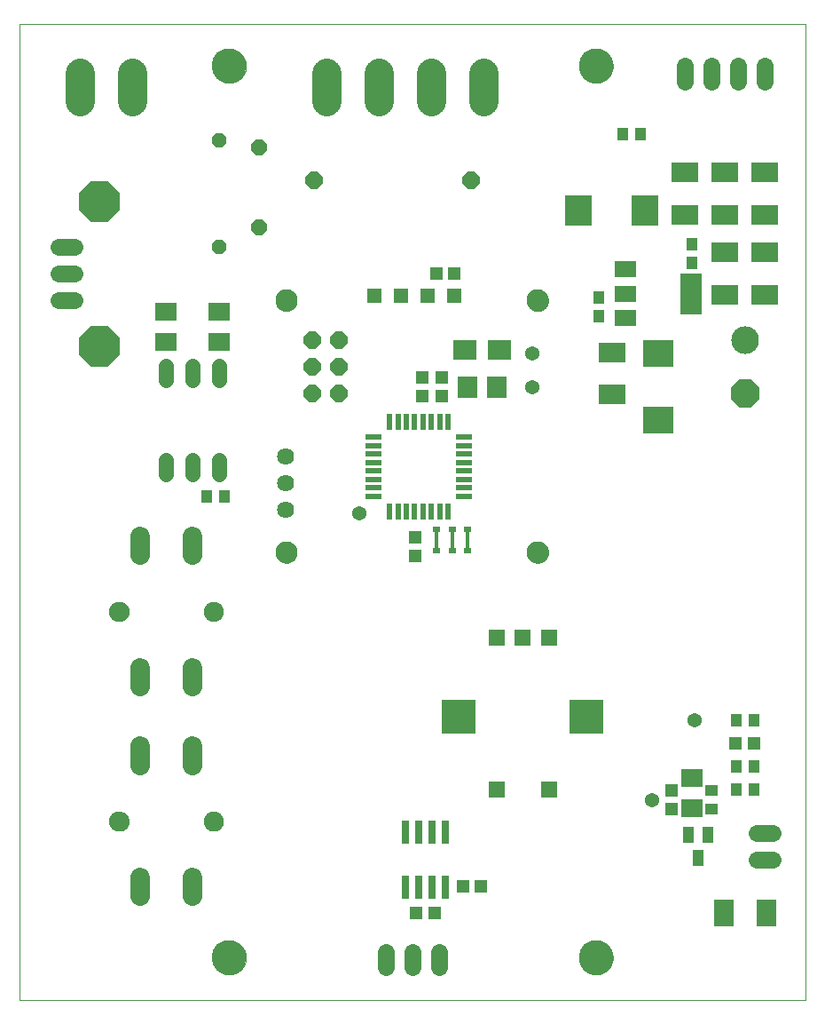
<source format=gts>
G75*
%MOIN*%
%OFA0B0*%
%FSLAX25Y25*%
%IPPOS*%
%LPD*%
%AMOC8*
5,1,8,0,0,1.08239X$1,22.5*
%
%ADD10C,0.00000*%
%ADD11R,0.04534X0.04652*%
%ADD12R,0.08865X0.07487*%
%ADD13R,0.04652X0.04534*%
%ADD14R,0.04337X0.04731*%
%ADD15R,0.09849X0.11424*%
%ADD16R,0.11424X0.09849*%
%ADD17OC8,0.06400*%
%ADD18OC8,0.06000*%
%ADD19C,0.10400*%
%ADD20OC8,0.10400*%
%ADD21R,0.09849X0.07487*%
%ADD22R,0.07487X0.09849*%
%ADD23C,0.06337*%
%ADD24R,0.02400X0.06400*%
%ADD25R,0.06400X0.02400*%
%ADD26R,0.02762X0.09061*%
%ADD27R,0.08274X0.06306*%
%ADD28R,0.08274X0.15361*%
%ADD29C,0.05600*%
%ADD30R,0.04337X0.05912*%
%ADD31R,0.08274X0.06699*%
%ADD32OC8,0.05600*%
%ADD33R,0.04731X0.04337*%
%ADD34R,0.06337X0.06337*%
%ADD35R,0.13061X0.13061*%
%ADD36C,0.06400*%
%ADD37C,0.12998*%
%ADD38R,0.07487X0.08274*%
%ADD39R,0.05550X0.05550*%
%ADD40C,0.08274*%
%ADD41C,0.07450*%
%ADD42C,0.07500*%
%ADD43C,0.06400*%
%ADD44C,0.11030*%
%ADD45OC8,0.15400*%
%ADD46R,0.03150X0.01969*%
%ADD47R,0.01575X0.06299*%
%ADD48C,0.05400*%
D10*
X0001600Y0001600D02*
X0001600Y0367742D01*
X0296876Y0367742D01*
X0296876Y0001600D01*
X0001600Y0001600D01*
X0035468Y0068529D02*
X0035470Y0068648D01*
X0035476Y0068766D01*
X0035486Y0068884D01*
X0035500Y0069002D01*
X0035517Y0069119D01*
X0035539Y0069236D01*
X0035565Y0069352D01*
X0035594Y0069467D01*
X0035627Y0069581D01*
X0035664Y0069693D01*
X0035705Y0069805D01*
X0035750Y0069915D01*
X0035798Y0070023D01*
X0035850Y0070130D01*
X0035905Y0070235D01*
X0035964Y0070338D01*
X0036026Y0070439D01*
X0036091Y0070538D01*
X0036160Y0070635D01*
X0036232Y0070729D01*
X0036307Y0070821D01*
X0036385Y0070910D01*
X0036466Y0070997D01*
X0036550Y0071081D01*
X0036637Y0071162D01*
X0036726Y0071240D01*
X0036818Y0071315D01*
X0036912Y0071387D01*
X0037009Y0071456D01*
X0037108Y0071521D01*
X0037209Y0071583D01*
X0037312Y0071642D01*
X0037417Y0071697D01*
X0037524Y0071749D01*
X0037632Y0071797D01*
X0037742Y0071842D01*
X0037854Y0071883D01*
X0037966Y0071920D01*
X0038080Y0071953D01*
X0038195Y0071982D01*
X0038311Y0072008D01*
X0038428Y0072030D01*
X0038545Y0072047D01*
X0038663Y0072061D01*
X0038781Y0072071D01*
X0038899Y0072077D01*
X0039018Y0072079D01*
X0039137Y0072077D01*
X0039255Y0072071D01*
X0039373Y0072061D01*
X0039491Y0072047D01*
X0039608Y0072030D01*
X0039725Y0072008D01*
X0039841Y0071982D01*
X0039956Y0071953D01*
X0040070Y0071920D01*
X0040182Y0071883D01*
X0040294Y0071842D01*
X0040404Y0071797D01*
X0040512Y0071749D01*
X0040619Y0071697D01*
X0040724Y0071642D01*
X0040827Y0071583D01*
X0040928Y0071521D01*
X0041027Y0071456D01*
X0041124Y0071387D01*
X0041218Y0071315D01*
X0041310Y0071240D01*
X0041399Y0071162D01*
X0041486Y0071081D01*
X0041570Y0070997D01*
X0041651Y0070910D01*
X0041729Y0070821D01*
X0041804Y0070729D01*
X0041876Y0070635D01*
X0041945Y0070538D01*
X0042010Y0070439D01*
X0042072Y0070338D01*
X0042131Y0070235D01*
X0042186Y0070130D01*
X0042238Y0070023D01*
X0042286Y0069915D01*
X0042331Y0069805D01*
X0042372Y0069693D01*
X0042409Y0069581D01*
X0042442Y0069467D01*
X0042471Y0069352D01*
X0042497Y0069236D01*
X0042519Y0069119D01*
X0042536Y0069002D01*
X0042550Y0068884D01*
X0042560Y0068766D01*
X0042566Y0068648D01*
X0042568Y0068529D01*
X0042566Y0068410D01*
X0042560Y0068292D01*
X0042550Y0068174D01*
X0042536Y0068056D01*
X0042519Y0067939D01*
X0042497Y0067822D01*
X0042471Y0067706D01*
X0042442Y0067591D01*
X0042409Y0067477D01*
X0042372Y0067365D01*
X0042331Y0067253D01*
X0042286Y0067143D01*
X0042238Y0067035D01*
X0042186Y0066928D01*
X0042131Y0066823D01*
X0042072Y0066720D01*
X0042010Y0066619D01*
X0041945Y0066520D01*
X0041876Y0066423D01*
X0041804Y0066329D01*
X0041729Y0066237D01*
X0041651Y0066148D01*
X0041570Y0066061D01*
X0041486Y0065977D01*
X0041399Y0065896D01*
X0041310Y0065818D01*
X0041218Y0065743D01*
X0041124Y0065671D01*
X0041027Y0065602D01*
X0040928Y0065537D01*
X0040827Y0065475D01*
X0040724Y0065416D01*
X0040619Y0065361D01*
X0040512Y0065309D01*
X0040404Y0065261D01*
X0040294Y0065216D01*
X0040182Y0065175D01*
X0040070Y0065138D01*
X0039956Y0065105D01*
X0039841Y0065076D01*
X0039725Y0065050D01*
X0039608Y0065028D01*
X0039491Y0065011D01*
X0039373Y0064997D01*
X0039255Y0064987D01*
X0039137Y0064981D01*
X0039018Y0064979D01*
X0038899Y0064981D01*
X0038781Y0064987D01*
X0038663Y0064997D01*
X0038545Y0065011D01*
X0038428Y0065028D01*
X0038311Y0065050D01*
X0038195Y0065076D01*
X0038080Y0065105D01*
X0037966Y0065138D01*
X0037854Y0065175D01*
X0037742Y0065216D01*
X0037632Y0065261D01*
X0037524Y0065309D01*
X0037417Y0065361D01*
X0037312Y0065416D01*
X0037209Y0065475D01*
X0037108Y0065537D01*
X0037009Y0065602D01*
X0036912Y0065671D01*
X0036818Y0065743D01*
X0036726Y0065818D01*
X0036637Y0065896D01*
X0036550Y0065977D01*
X0036466Y0066061D01*
X0036385Y0066148D01*
X0036307Y0066237D01*
X0036232Y0066329D01*
X0036160Y0066423D01*
X0036091Y0066520D01*
X0036026Y0066619D01*
X0035964Y0066720D01*
X0035905Y0066823D01*
X0035850Y0066928D01*
X0035798Y0067035D01*
X0035750Y0067143D01*
X0035705Y0067253D01*
X0035664Y0067365D01*
X0035627Y0067477D01*
X0035594Y0067591D01*
X0035565Y0067706D01*
X0035539Y0067822D01*
X0035517Y0067939D01*
X0035500Y0068056D01*
X0035486Y0068174D01*
X0035476Y0068292D01*
X0035470Y0068410D01*
X0035468Y0068529D01*
X0070868Y0068529D02*
X0070870Y0068648D01*
X0070876Y0068766D01*
X0070886Y0068884D01*
X0070900Y0069002D01*
X0070917Y0069119D01*
X0070939Y0069236D01*
X0070965Y0069352D01*
X0070994Y0069467D01*
X0071027Y0069581D01*
X0071064Y0069693D01*
X0071105Y0069805D01*
X0071150Y0069915D01*
X0071198Y0070023D01*
X0071250Y0070130D01*
X0071305Y0070235D01*
X0071364Y0070338D01*
X0071426Y0070439D01*
X0071491Y0070538D01*
X0071560Y0070635D01*
X0071632Y0070729D01*
X0071707Y0070821D01*
X0071785Y0070910D01*
X0071866Y0070997D01*
X0071950Y0071081D01*
X0072037Y0071162D01*
X0072126Y0071240D01*
X0072218Y0071315D01*
X0072312Y0071387D01*
X0072409Y0071456D01*
X0072508Y0071521D01*
X0072609Y0071583D01*
X0072712Y0071642D01*
X0072817Y0071697D01*
X0072924Y0071749D01*
X0073032Y0071797D01*
X0073142Y0071842D01*
X0073254Y0071883D01*
X0073366Y0071920D01*
X0073480Y0071953D01*
X0073595Y0071982D01*
X0073711Y0072008D01*
X0073828Y0072030D01*
X0073945Y0072047D01*
X0074063Y0072061D01*
X0074181Y0072071D01*
X0074299Y0072077D01*
X0074418Y0072079D01*
X0074537Y0072077D01*
X0074655Y0072071D01*
X0074773Y0072061D01*
X0074891Y0072047D01*
X0075008Y0072030D01*
X0075125Y0072008D01*
X0075241Y0071982D01*
X0075356Y0071953D01*
X0075470Y0071920D01*
X0075582Y0071883D01*
X0075694Y0071842D01*
X0075804Y0071797D01*
X0075912Y0071749D01*
X0076019Y0071697D01*
X0076124Y0071642D01*
X0076227Y0071583D01*
X0076328Y0071521D01*
X0076427Y0071456D01*
X0076524Y0071387D01*
X0076618Y0071315D01*
X0076710Y0071240D01*
X0076799Y0071162D01*
X0076886Y0071081D01*
X0076970Y0070997D01*
X0077051Y0070910D01*
X0077129Y0070821D01*
X0077204Y0070729D01*
X0077276Y0070635D01*
X0077345Y0070538D01*
X0077410Y0070439D01*
X0077472Y0070338D01*
X0077531Y0070235D01*
X0077586Y0070130D01*
X0077638Y0070023D01*
X0077686Y0069915D01*
X0077731Y0069805D01*
X0077772Y0069693D01*
X0077809Y0069581D01*
X0077842Y0069467D01*
X0077871Y0069352D01*
X0077897Y0069236D01*
X0077919Y0069119D01*
X0077936Y0069002D01*
X0077950Y0068884D01*
X0077960Y0068766D01*
X0077966Y0068648D01*
X0077968Y0068529D01*
X0077966Y0068410D01*
X0077960Y0068292D01*
X0077950Y0068174D01*
X0077936Y0068056D01*
X0077919Y0067939D01*
X0077897Y0067822D01*
X0077871Y0067706D01*
X0077842Y0067591D01*
X0077809Y0067477D01*
X0077772Y0067365D01*
X0077731Y0067253D01*
X0077686Y0067143D01*
X0077638Y0067035D01*
X0077586Y0066928D01*
X0077531Y0066823D01*
X0077472Y0066720D01*
X0077410Y0066619D01*
X0077345Y0066520D01*
X0077276Y0066423D01*
X0077204Y0066329D01*
X0077129Y0066237D01*
X0077051Y0066148D01*
X0076970Y0066061D01*
X0076886Y0065977D01*
X0076799Y0065896D01*
X0076710Y0065818D01*
X0076618Y0065743D01*
X0076524Y0065671D01*
X0076427Y0065602D01*
X0076328Y0065537D01*
X0076227Y0065475D01*
X0076124Y0065416D01*
X0076019Y0065361D01*
X0075912Y0065309D01*
X0075804Y0065261D01*
X0075694Y0065216D01*
X0075582Y0065175D01*
X0075470Y0065138D01*
X0075356Y0065105D01*
X0075241Y0065076D01*
X0075125Y0065050D01*
X0075008Y0065028D01*
X0074891Y0065011D01*
X0074773Y0064997D01*
X0074655Y0064987D01*
X0074537Y0064981D01*
X0074418Y0064979D01*
X0074299Y0064981D01*
X0074181Y0064987D01*
X0074063Y0064997D01*
X0073945Y0065011D01*
X0073828Y0065028D01*
X0073711Y0065050D01*
X0073595Y0065076D01*
X0073480Y0065105D01*
X0073366Y0065138D01*
X0073254Y0065175D01*
X0073142Y0065216D01*
X0073032Y0065261D01*
X0072924Y0065309D01*
X0072817Y0065361D01*
X0072712Y0065416D01*
X0072609Y0065475D01*
X0072508Y0065537D01*
X0072409Y0065602D01*
X0072312Y0065671D01*
X0072218Y0065743D01*
X0072126Y0065818D01*
X0072037Y0065896D01*
X0071950Y0065977D01*
X0071866Y0066061D01*
X0071785Y0066148D01*
X0071707Y0066237D01*
X0071632Y0066329D01*
X0071560Y0066423D01*
X0071491Y0066520D01*
X0071426Y0066619D01*
X0071364Y0066720D01*
X0071305Y0066823D01*
X0071250Y0066928D01*
X0071198Y0067035D01*
X0071150Y0067143D01*
X0071105Y0067253D01*
X0071064Y0067365D01*
X0071027Y0067477D01*
X0070994Y0067591D01*
X0070965Y0067706D01*
X0070939Y0067822D01*
X0070917Y0067939D01*
X0070900Y0068056D01*
X0070886Y0068174D01*
X0070876Y0068292D01*
X0070870Y0068410D01*
X0070868Y0068529D01*
X0074041Y0017348D02*
X0074043Y0017506D01*
X0074049Y0017664D01*
X0074059Y0017822D01*
X0074073Y0017980D01*
X0074091Y0018137D01*
X0074112Y0018294D01*
X0074138Y0018450D01*
X0074168Y0018606D01*
X0074201Y0018761D01*
X0074239Y0018914D01*
X0074280Y0019067D01*
X0074325Y0019219D01*
X0074374Y0019370D01*
X0074427Y0019519D01*
X0074483Y0019667D01*
X0074543Y0019813D01*
X0074607Y0019958D01*
X0074675Y0020101D01*
X0074746Y0020243D01*
X0074820Y0020383D01*
X0074898Y0020520D01*
X0074980Y0020656D01*
X0075064Y0020790D01*
X0075153Y0020921D01*
X0075244Y0021050D01*
X0075339Y0021177D01*
X0075436Y0021302D01*
X0075537Y0021424D01*
X0075641Y0021543D01*
X0075748Y0021660D01*
X0075858Y0021774D01*
X0075971Y0021885D01*
X0076086Y0021994D01*
X0076204Y0022099D01*
X0076325Y0022201D01*
X0076448Y0022301D01*
X0076574Y0022397D01*
X0076702Y0022490D01*
X0076832Y0022580D01*
X0076965Y0022666D01*
X0077100Y0022750D01*
X0077236Y0022829D01*
X0077375Y0022906D01*
X0077516Y0022978D01*
X0077658Y0023048D01*
X0077802Y0023113D01*
X0077948Y0023175D01*
X0078095Y0023233D01*
X0078244Y0023288D01*
X0078394Y0023339D01*
X0078545Y0023386D01*
X0078697Y0023429D01*
X0078850Y0023468D01*
X0079005Y0023504D01*
X0079160Y0023535D01*
X0079316Y0023563D01*
X0079472Y0023587D01*
X0079629Y0023607D01*
X0079787Y0023623D01*
X0079944Y0023635D01*
X0080103Y0023643D01*
X0080261Y0023647D01*
X0080419Y0023647D01*
X0080577Y0023643D01*
X0080736Y0023635D01*
X0080893Y0023623D01*
X0081051Y0023607D01*
X0081208Y0023587D01*
X0081364Y0023563D01*
X0081520Y0023535D01*
X0081675Y0023504D01*
X0081830Y0023468D01*
X0081983Y0023429D01*
X0082135Y0023386D01*
X0082286Y0023339D01*
X0082436Y0023288D01*
X0082585Y0023233D01*
X0082732Y0023175D01*
X0082878Y0023113D01*
X0083022Y0023048D01*
X0083164Y0022978D01*
X0083305Y0022906D01*
X0083444Y0022829D01*
X0083580Y0022750D01*
X0083715Y0022666D01*
X0083848Y0022580D01*
X0083978Y0022490D01*
X0084106Y0022397D01*
X0084232Y0022301D01*
X0084355Y0022201D01*
X0084476Y0022099D01*
X0084594Y0021994D01*
X0084709Y0021885D01*
X0084822Y0021774D01*
X0084932Y0021660D01*
X0085039Y0021543D01*
X0085143Y0021424D01*
X0085244Y0021302D01*
X0085341Y0021177D01*
X0085436Y0021050D01*
X0085527Y0020921D01*
X0085616Y0020790D01*
X0085700Y0020656D01*
X0085782Y0020520D01*
X0085860Y0020383D01*
X0085934Y0020243D01*
X0086005Y0020101D01*
X0086073Y0019958D01*
X0086137Y0019813D01*
X0086197Y0019667D01*
X0086253Y0019519D01*
X0086306Y0019370D01*
X0086355Y0019219D01*
X0086400Y0019067D01*
X0086441Y0018914D01*
X0086479Y0018761D01*
X0086512Y0018606D01*
X0086542Y0018450D01*
X0086568Y0018294D01*
X0086589Y0018137D01*
X0086607Y0017980D01*
X0086621Y0017822D01*
X0086631Y0017664D01*
X0086637Y0017506D01*
X0086639Y0017348D01*
X0086637Y0017190D01*
X0086631Y0017032D01*
X0086621Y0016874D01*
X0086607Y0016716D01*
X0086589Y0016559D01*
X0086568Y0016402D01*
X0086542Y0016246D01*
X0086512Y0016090D01*
X0086479Y0015935D01*
X0086441Y0015782D01*
X0086400Y0015629D01*
X0086355Y0015477D01*
X0086306Y0015326D01*
X0086253Y0015177D01*
X0086197Y0015029D01*
X0086137Y0014883D01*
X0086073Y0014738D01*
X0086005Y0014595D01*
X0085934Y0014453D01*
X0085860Y0014313D01*
X0085782Y0014176D01*
X0085700Y0014040D01*
X0085616Y0013906D01*
X0085527Y0013775D01*
X0085436Y0013646D01*
X0085341Y0013519D01*
X0085244Y0013394D01*
X0085143Y0013272D01*
X0085039Y0013153D01*
X0084932Y0013036D01*
X0084822Y0012922D01*
X0084709Y0012811D01*
X0084594Y0012702D01*
X0084476Y0012597D01*
X0084355Y0012495D01*
X0084232Y0012395D01*
X0084106Y0012299D01*
X0083978Y0012206D01*
X0083848Y0012116D01*
X0083715Y0012030D01*
X0083580Y0011946D01*
X0083444Y0011867D01*
X0083305Y0011790D01*
X0083164Y0011718D01*
X0083022Y0011648D01*
X0082878Y0011583D01*
X0082732Y0011521D01*
X0082585Y0011463D01*
X0082436Y0011408D01*
X0082286Y0011357D01*
X0082135Y0011310D01*
X0081983Y0011267D01*
X0081830Y0011228D01*
X0081675Y0011192D01*
X0081520Y0011161D01*
X0081364Y0011133D01*
X0081208Y0011109D01*
X0081051Y0011089D01*
X0080893Y0011073D01*
X0080736Y0011061D01*
X0080577Y0011053D01*
X0080419Y0011049D01*
X0080261Y0011049D01*
X0080103Y0011053D01*
X0079944Y0011061D01*
X0079787Y0011073D01*
X0079629Y0011089D01*
X0079472Y0011109D01*
X0079316Y0011133D01*
X0079160Y0011161D01*
X0079005Y0011192D01*
X0078850Y0011228D01*
X0078697Y0011267D01*
X0078545Y0011310D01*
X0078394Y0011357D01*
X0078244Y0011408D01*
X0078095Y0011463D01*
X0077948Y0011521D01*
X0077802Y0011583D01*
X0077658Y0011648D01*
X0077516Y0011718D01*
X0077375Y0011790D01*
X0077236Y0011867D01*
X0077100Y0011946D01*
X0076965Y0012030D01*
X0076832Y0012116D01*
X0076702Y0012206D01*
X0076574Y0012299D01*
X0076448Y0012395D01*
X0076325Y0012495D01*
X0076204Y0012597D01*
X0076086Y0012702D01*
X0075971Y0012811D01*
X0075858Y0012922D01*
X0075748Y0013036D01*
X0075641Y0013153D01*
X0075537Y0013272D01*
X0075436Y0013394D01*
X0075339Y0013519D01*
X0075244Y0013646D01*
X0075153Y0013775D01*
X0075064Y0013906D01*
X0074980Y0014040D01*
X0074898Y0014176D01*
X0074820Y0014313D01*
X0074746Y0014453D01*
X0074675Y0014595D01*
X0074607Y0014738D01*
X0074543Y0014883D01*
X0074483Y0015029D01*
X0074427Y0015177D01*
X0074374Y0015326D01*
X0074325Y0015477D01*
X0074280Y0015629D01*
X0074239Y0015782D01*
X0074201Y0015935D01*
X0074168Y0016090D01*
X0074138Y0016246D01*
X0074112Y0016402D01*
X0074091Y0016559D01*
X0074073Y0016716D01*
X0074059Y0016874D01*
X0074049Y0017032D01*
X0074043Y0017190D01*
X0074041Y0017348D01*
X0070868Y0147269D02*
X0070870Y0147388D01*
X0070876Y0147506D01*
X0070886Y0147624D01*
X0070900Y0147742D01*
X0070917Y0147859D01*
X0070939Y0147976D01*
X0070965Y0148092D01*
X0070994Y0148207D01*
X0071027Y0148321D01*
X0071064Y0148433D01*
X0071105Y0148545D01*
X0071150Y0148655D01*
X0071198Y0148763D01*
X0071250Y0148870D01*
X0071305Y0148975D01*
X0071364Y0149078D01*
X0071426Y0149179D01*
X0071491Y0149278D01*
X0071560Y0149375D01*
X0071632Y0149469D01*
X0071707Y0149561D01*
X0071785Y0149650D01*
X0071866Y0149737D01*
X0071950Y0149821D01*
X0072037Y0149902D01*
X0072126Y0149980D01*
X0072218Y0150055D01*
X0072312Y0150127D01*
X0072409Y0150196D01*
X0072508Y0150261D01*
X0072609Y0150323D01*
X0072712Y0150382D01*
X0072817Y0150437D01*
X0072924Y0150489D01*
X0073032Y0150537D01*
X0073142Y0150582D01*
X0073254Y0150623D01*
X0073366Y0150660D01*
X0073480Y0150693D01*
X0073595Y0150722D01*
X0073711Y0150748D01*
X0073828Y0150770D01*
X0073945Y0150787D01*
X0074063Y0150801D01*
X0074181Y0150811D01*
X0074299Y0150817D01*
X0074418Y0150819D01*
X0074537Y0150817D01*
X0074655Y0150811D01*
X0074773Y0150801D01*
X0074891Y0150787D01*
X0075008Y0150770D01*
X0075125Y0150748D01*
X0075241Y0150722D01*
X0075356Y0150693D01*
X0075470Y0150660D01*
X0075582Y0150623D01*
X0075694Y0150582D01*
X0075804Y0150537D01*
X0075912Y0150489D01*
X0076019Y0150437D01*
X0076124Y0150382D01*
X0076227Y0150323D01*
X0076328Y0150261D01*
X0076427Y0150196D01*
X0076524Y0150127D01*
X0076618Y0150055D01*
X0076710Y0149980D01*
X0076799Y0149902D01*
X0076886Y0149821D01*
X0076970Y0149737D01*
X0077051Y0149650D01*
X0077129Y0149561D01*
X0077204Y0149469D01*
X0077276Y0149375D01*
X0077345Y0149278D01*
X0077410Y0149179D01*
X0077472Y0149078D01*
X0077531Y0148975D01*
X0077586Y0148870D01*
X0077638Y0148763D01*
X0077686Y0148655D01*
X0077731Y0148545D01*
X0077772Y0148433D01*
X0077809Y0148321D01*
X0077842Y0148207D01*
X0077871Y0148092D01*
X0077897Y0147976D01*
X0077919Y0147859D01*
X0077936Y0147742D01*
X0077950Y0147624D01*
X0077960Y0147506D01*
X0077966Y0147388D01*
X0077968Y0147269D01*
X0077966Y0147150D01*
X0077960Y0147032D01*
X0077950Y0146914D01*
X0077936Y0146796D01*
X0077919Y0146679D01*
X0077897Y0146562D01*
X0077871Y0146446D01*
X0077842Y0146331D01*
X0077809Y0146217D01*
X0077772Y0146105D01*
X0077731Y0145993D01*
X0077686Y0145883D01*
X0077638Y0145775D01*
X0077586Y0145668D01*
X0077531Y0145563D01*
X0077472Y0145460D01*
X0077410Y0145359D01*
X0077345Y0145260D01*
X0077276Y0145163D01*
X0077204Y0145069D01*
X0077129Y0144977D01*
X0077051Y0144888D01*
X0076970Y0144801D01*
X0076886Y0144717D01*
X0076799Y0144636D01*
X0076710Y0144558D01*
X0076618Y0144483D01*
X0076524Y0144411D01*
X0076427Y0144342D01*
X0076328Y0144277D01*
X0076227Y0144215D01*
X0076124Y0144156D01*
X0076019Y0144101D01*
X0075912Y0144049D01*
X0075804Y0144001D01*
X0075694Y0143956D01*
X0075582Y0143915D01*
X0075470Y0143878D01*
X0075356Y0143845D01*
X0075241Y0143816D01*
X0075125Y0143790D01*
X0075008Y0143768D01*
X0074891Y0143751D01*
X0074773Y0143737D01*
X0074655Y0143727D01*
X0074537Y0143721D01*
X0074418Y0143719D01*
X0074299Y0143721D01*
X0074181Y0143727D01*
X0074063Y0143737D01*
X0073945Y0143751D01*
X0073828Y0143768D01*
X0073711Y0143790D01*
X0073595Y0143816D01*
X0073480Y0143845D01*
X0073366Y0143878D01*
X0073254Y0143915D01*
X0073142Y0143956D01*
X0073032Y0144001D01*
X0072924Y0144049D01*
X0072817Y0144101D01*
X0072712Y0144156D01*
X0072609Y0144215D01*
X0072508Y0144277D01*
X0072409Y0144342D01*
X0072312Y0144411D01*
X0072218Y0144483D01*
X0072126Y0144558D01*
X0072037Y0144636D01*
X0071950Y0144717D01*
X0071866Y0144801D01*
X0071785Y0144888D01*
X0071707Y0144977D01*
X0071632Y0145069D01*
X0071560Y0145163D01*
X0071491Y0145260D01*
X0071426Y0145359D01*
X0071364Y0145460D01*
X0071305Y0145563D01*
X0071250Y0145668D01*
X0071198Y0145775D01*
X0071150Y0145883D01*
X0071105Y0145993D01*
X0071064Y0146105D01*
X0071027Y0146217D01*
X0070994Y0146331D01*
X0070965Y0146446D01*
X0070939Y0146562D01*
X0070917Y0146679D01*
X0070900Y0146796D01*
X0070886Y0146914D01*
X0070876Y0147032D01*
X0070870Y0147150D01*
X0070868Y0147269D01*
X0035468Y0147269D02*
X0035470Y0147388D01*
X0035476Y0147506D01*
X0035486Y0147624D01*
X0035500Y0147742D01*
X0035517Y0147859D01*
X0035539Y0147976D01*
X0035565Y0148092D01*
X0035594Y0148207D01*
X0035627Y0148321D01*
X0035664Y0148433D01*
X0035705Y0148545D01*
X0035750Y0148655D01*
X0035798Y0148763D01*
X0035850Y0148870D01*
X0035905Y0148975D01*
X0035964Y0149078D01*
X0036026Y0149179D01*
X0036091Y0149278D01*
X0036160Y0149375D01*
X0036232Y0149469D01*
X0036307Y0149561D01*
X0036385Y0149650D01*
X0036466Y0149737D01*
X0036550Y0149821D01*
X0036637Y0149902D01*
X0036726Y0149980D01*
X0036818Y0150055D01*
X0036912Y0150127D01*
X0037009Y0150196D01*
X0037108Y0150261D01*
X0037209Y0150323D01*
X0037312Y0150382D01*
X0037417Y0150437D01*
X0037524Y0150489D01*
X0037632Y0150537D01*
X0037742Y0150582D01*
X0037854Y0150623D01*
X0037966Y0150660D01*
X0038080Y0150693D01*
X0038195Y0150722D01*
X0038311Y0150748D01*
X0038428Y0150770D01*
X0038545Y0150787D01*
X0038663Y0150801D01*
X0038781Y0150811D01*
X0038899Y0150817D01*
X0039018Y0150819D01*
X0039137Y0150817D01*
X0039255Y0150811D01*
X0039373Y0150801D01*
X0039491Y0150787D01*
X0039608Y0150770D01*
X0039725Y0150748D01*
X0039841Y0150722D01*
X0039956Y0150693D01*
X0040070Y0150660D01*
X0040182Y0150623D01*
X0040294Y0150582D01*
X0040404Y0150537D01*
X0040512Y0150489D01*
X0040619Y0150437D01*
X0040724Y0150382D01*
X0040827Y0150323D01*
X0040928Y0150261D01*
X0041027Y0150196D01*
X0041124Y0150127D01*
X0041218Y0150055D01*
X0041310Y0149980D01*
X0041399Y0149902D01*
X0041486Y0149821D01*
X0041570Y0149737D01*
X0041651Y0149650D01*
X0041729Y0149561D01*
X0041804Y0149469D01*
X0041876Y0149375D01*
X0041945Y0149278D01*
X0042010Y0149179D01*
X0042072Y0149078D01*
X0042131Y0148975D01*
X0042186Y0148870D01*
X0042238Y0148763D01*
X0042286Y0148655D01*
X0042331Y0148545D01*
X0042372Y0148433D01*
X0042409Y0148321D01*
X0042442Y0148207D01*
X0042471Y0148092D01*
X0042497Y0147976D01*
X0042519Y0147859D01*
X0042536Y0147742D01*
X0042550Y0147624D01*
X0042560Y0147506D01*
X0042566Y0147388D01*
X0042568Y0147269D01*
X0042566Y0147150D01*
X0042560Y0147032D01*
X0042550Y0146914D01*
X0042536Y0146796D01*
X0042519Y0146679D01*
X0042497Y0146562D01*
X0042471Y0146446D01*
X0042442Y0146331D01*
X0042409Y0146217D01*
X0042372Y0146105D01*
X0042331Y0145993D01*
X0042286Y0145883D01*
X0042238Y0145775D01*
X0042186Y0145668D01*
X0042131Y0145563D01*
X0042072Y0145460D01*
X0042010Y0145359D01*
X0041945Y0145260D01*
X0041876Y0145163D01*
X0041804Y0145069D01*
X0041729Y0144977D01*
X0041651Y0144888D01*
X0041570Y0144801D01*
X0041486Y0144717D01*
X0041399Y0144636D01*
X0041310Y0144558D01*
X0041218Y0144483D01*
X0041124Y0144411D01*
X0041027Y0144342D01*
X0040928Y0144277D01*
X0040827Y0144215D01*
X0040724Y0144156D01*
X0040619Y0144101D01*
X0040512Y0144049D01*
X0040404Y0144001D01*
X0040294Y0143956D01*
X0040182Y0143915D01*
X0040070Y0143878D01*
X0039956Y0143845D01*
X0039841Y0143816D01*
X0039725Y0143790D01*
X0039608Y0143768D01*
X0039491Y0143751D01*
X0039373Y0143737D01*
X0039255Y0143727D01*
X0039137Y0143721D01*
X0039018Y0143719D01*
X0038899Y0143721D01*
X0038781Y0143727D01*
X0038663Y0143737D01*
X0038545Y0143751D01*
X0038428Y0143768D01*
X0038311Y0143790D01*
X0038195Y0143816D01*
X0038080Y0143845D01*
X0037966Y0143878D01*
X0037854Y0143915D01*
X0037742Y0143956D01*
X0037632Y0144001D01*
X0037524Y0144049D01*
X0037417Y0144101D01*
X0037312Y0144156D01*
X0037209Y0144215D01*
X0037108Y0144277D01*
X0037009Y0144342D01*
X0036912Y0144411D01*
X0036818Y0144483D01*
X0036726Y0144558D01*
X0036637Y0144636D01*
X0036550Y0144717D01*
X0036466Y0144801D01*
X0036385Y0144888D01*
X0036307Y0144977D01*
X0036232Y0145069D01*
X0036160Y0145163D01*
X0036091Y0145260D01*
X0036026Y0145359D01*
X0035964Y0145460D01*
X0035905Y0145563D01*
X0035850Y0145668D01*
X0035798Y0145775D01*
X0035750Y0145883D01*
X0035705Y0145993D01*
X0035664Y0146105D01*
X0035627Y0146217D01*
X0035594Y0146331D01*
X0035565Y0146446D01*
X0035539Y0146562D01*
X0035517Y0146679D01*
X0035500Y0146796D01*
X0035486Y0146914D01*
X0035476Y0147032D01*
X0035470Y0147150D01*
X0035468Y0147269D01*
X0097801Y0169474D02*
X0097803Y0169599D01*
X0097809Y0169724D01*
X0097819Y0169848D01*
X0097833Y0169972D01*
X0097850Y0170096D01*
X0097872Y0170219D01*
X0097898Y0170341D01*
X0097927Y0170463D01*
X0097960Y0170583D01*
X0097998Y0170702D01*
X0098038Y0170821D01*
X0098083Y0170937D01*
X0098131Y0171052D01*
X0098183Y0171166D01*
X0098239Y0171278D01*
X0098298Y0171388D01*
X0098360Y0171496D01*
X0098426Y0171603D01*
X0098495Y0171707D01*
X0098568Y0171808D01*
X0098643Y0171908D01*
X0098722Y0172005D01*
X0098804Y0172099D01*
X0098889Y0172191D01*
X0098976Y0172280D01*
X0099067Y0172366D01*
X0099160Y0172449D01*
X0099256Y0172530D01*
X0099354Y0172607D01*
X0099454Y0172681D01*
X0099557Y0172752D01*
X0099662Y0172819D01*
X0099770Y0172884D01*
X0099879Y0172944D01*
X0099990Y0173002D01*
X0100103Y0173055D01*
X0100217Y0173105D01*
X0100333Y0173152D01*
X0100450Y0173194D01*
X0100569Y0173233D01*
X0100689Y0173269D01*
X0100810Y0173300D01*
X0100932Y0173328D01*
X0101054Y0173351D01*
X0101178Y0173371D01*
X0101302Y0173387D01*
X0101426Y0173399D01*
X0101551Y0173407D01*
X0101676Y0173411D01*
X0101800Y0173411D01*
X0101925Y0173407D01*
X0102050Y0173399D01*
X0102174Y0173387D01*
X0102298Y0173371D01*
X0102422Y0173351D01*
X0102544Y0173328D01*
X0102666Y0173300D01*
X0102787Y0173269D01*
X0102907Y0173233D01*
X0103026Y0173194D01*
X0103143Y0173152D01*
X0103259Y0173105D01*
X0103373Y0173055D01*
X0103486Y0173002D01*
X0103597Y0172944D01*
X0103707Y0172884D01*
X0103814Y0172819D01*
X0103919Y0172752D01*
X0104022Y0172681D01*
X0104122Y0172607D01*
X0104220Y0172530D01*
X0104316Y0172449D01*
X0104409Y0172366D01*
X0104500Y0172280D01*
X0104587Y0172191D01*
X0104672Y0172099D01*
X0104754Y0172005D01*
X0104833Y0171908D01*
X0104908Y0171808D01*
X0104981Y0171707D01*
X0105050Y0171603D01*
X0105116Y0171496D01*
X0105178Y0171388D01*
X0105237Y0171278D01*
X0105293Y0171166D01*
X0105345Y0171052D01*
X0105393Y0170937D01*
X0105438Y0170821D01*
X0105478Y0170702D01*
X0105516Y0170583D01*
X0105549Y0170463D01*
X0105578Y0170341D01*
X0105604Y0170219D01*
X0105626Y0170096D01*
X0105643Y0169972D01*
X0105657Y0169848D01*
X0105667Y0169724D01*
X0105673Y0169599D01*
X0105675Y0169474D01*
X0105673Y0169349D01*
X0105667Y0169224D01*
X0105657Y0169100D01*
X0105643Y0168976D01*
X0105626Y0168852D01*
X0105604Y0168729D01*
X0105578Y0168607D01*
X0105549Y0168485D01*
X0105516Y0168365D01*
X0105478Y0168246D01*
X0105438Y0168127D01*
X0105393Y0168011D01*
X0105345Y0167896D01*
X0105293Y0167782D01*
X0105237Y0167670D01*
X0105178Y0167560D01*
X0105116Y0167452D01*
X0105050Y0167345D01*
X0104981Y0167241D01*
X0104908Y0167140D01*
X0104833Y0167040D01*
X0104754Y0166943D01*
X0104672Y0166849D01*
X0104587Y0166757D01*
X0104500Y0166668D01*
X0104409Y0166582D01*
X0104316Y0166499D01*
X0104220Y0166418D01*
X0104122Y0166341D01*
X0104022Y0166267D01*
X0103919Y0166196D01*
X0103814Y0166129D01*
X0103706Y0166064D01*
X0103597Y0166004D01*
X0103486Y0165946D01*
X0103373Y0165893D01*
X0103259Y0165843D01*
X0103143Y0165796D01*
X0103026Y0165754D01*
X0102907Y0165715D01*
X0102787Y0165679D01*
X0102666Y0165648D01*
X0102544Y0165620D01*
X0102422Y0165597D01*
X0102298Y0165577D01*
X0102174Y0165561D01*
X0102050Y0165549D01*
X0101925Y0165541D01*
X0101800Y0165537D01*
X0101676Y0165537D01*
X0101551Y0165541D01*
X0101426Y0165549D01*
X0101302Y0165561D01*
X0101178Y0165577D01*
X0101054Y0165597D01*
X0100932Y0165620D01*
X0100810Y0165648D01*
X0100689Y0165679D01*
X0100569Y0165715D01*
X0100450Y0165754D01*
X0100333Y0165796D01*
X0100217Y0165843D01*
X0100103Y0165893D01*
X0099990Y0165946D01*
X0099879Y0166004D01*
X0099769Y0166064D01*
X0099662Y0166129D01*
X0099557Y0166196D01*
X0099454Y0166267D01*
X0099354Y0166341D01*
X0099256Y0166418D01*
X0099160Y0166499D01*
X0099067Y0166582D01*
X0098976Y0166668D01*
X0098889Y0166757D01*
X0098804Y0166849D01*
X0098722Y0166943D01*
X0098643Y0167040D01*
X0098568Y0167140D01*
X0098495Y0167241D01*
X0098426Y0167345D01*
X0098360Y0167452D01*
X0098298Y0167560D01*
X0098239Y0167670D01*
X0098183Y0167782D01*
X0098131Y0167896D01*
X0098083Y0168011D01*
X0098038Y0168127D01*
X0097998Y0168246D01*
X0097960Y0168365D01*
X0097927Y0168485D01*
X0097898Y0168607D01*
X0097872Y0168729D01*
X0097850Y0168852D01*
X0097833Y0168976D01*
X0097819Y0169100D01*
X0097809Y0169224D01*
X0097803Y0169349D01*
X0097801Y0169474D01*
X0097801Y0263962D02*
X0097803Y0264087D01*
X0097809Y0264212D01*
X0097819Y0264336D01*
X0097833Y0264460D01*
X0097850Y0264584D01*
X0097872Y0264707D01*
X0097898Y0264829D01*
X0097927Y0264951D01*
X0097960Y0265071D01*
X0097998Y0265190D01*
X0098038Y0265309D01*
X0098083Y0265425D01*
X0098131Y0265540D01*
X0098183Y0265654D01*
X0098239Y0265766D01*
X0098298Y0265876D01*
X0098360Y0265984D01*
X0098426Y0266091D01*
X0098495Y0266195D01*
X0098568Y0266296D01*
X0098643Y0266396D01*
X0098722Y0266493D01*
X0098804Y0266587D01*
X0098889Y0266679D01*
X0098976Y0266768D01*
X0099067Y0266854D01*
X0099160Y0266937D01*
X0099256Y0267018D01*
X0099354Y0267095D01*
X0099454Y0267169D01*
X0099557Y0267240D01*
X0099662Y0267307D01*
X0099770Y0267372D01*
X0099879Y0267432D01*
X0099990Y0267490D01*
X0100103Y0267543D01*
X0100217Y0267593D01*
X0100333Y0267640D01*
X0100450Y0267682D01*
X0100569Y0267721D01*
X0100689Y0267757D01*
X0100810Y0267788D01*
X0100932Y0267816D01*
X0101054Y0267839D01*
X0101178Y0267859D01*
X0101302Y0267875D01*
X0101426Y0267887D01*
X0101551Y0267895D01*
X0101676Y0267899D01*
X0101800Y0267899D01*
X0101925Y0267895D01*
X0102050Y0267887D01*
X0102174Y0267875D01*
X0102298Y0267859D01*
X0102422Y0267839D01*
X0102544Y0267816D01*
X0102666Y0267788D01*
X0102787Y0267757D01*
X0102907Y0267721D01*
X0103026Y0267682D01*
X0103143Y0267640D01*
X0103259Y0267593D01*
X0103373Y0267543D01*
X0103486Y0267490D01*
X0103597Y0267432D01*
X0103707Y0267372D01*
X0103814Y0267307D01*
X0103919Y0267240D01*
X0104022Y0267169D01*
X0104122Y0267095D01*
X0104220Y0267018D01*
X0104316Y0266937D01*
X0104409Y0266854D01*
X0104500Y0266768D01*
X0104587Y0266679D01*
X0104672Y0266587D01*
X0104754Y0266493D01*
X0104833Y0266396D01*
X0104908Y0266296D01*
X0104981Y0266195D01*
X0105050Y0266091D01*
X0105116Y0265984D01*
X0105178Y0265876D01*
X0105237Y0265766D01*
X0105293Y0265654D01*
X0105345Y0265540D01*
X0105393Y0265425D01*
X0105438Y0265309D01*
X0105478Y0265190D01*
X0105516Y0265071D01*
X0105549Y0264951D01*
X0105578Y0264829D01*
X0105604Y0264707D01*
X0105626Y0264584D01*
X0105643Y0264460D01*
X0105657Y0264336D01*
X0105667Y0264212D01*
X0105673Y0264087D01*
X0105675Y0263962D01*
X0105673Y0263837D01*
X0105667Y0263712D01*
X0105657Y0263588D01*
X0105643Y0263464D01*
X0105626Y0263340D01*
X0105604Y0263217D01*
X0105578Y0263095D01*
X0105549Y0262973D01*
X0105516Y0262853D01*
X0105478Y0262734D01*
X0105438Y0262615D01*
X0105393Y0262499D01*
X0105345Y0262384D01*
X0105293Y0262270D01*
X0105237Y0262158D01*
X0105178Y0262048D01*
X0105116Y0261940D01*
X0105050Y0261833D01*
X0104981Y0261729D01*
X0104908Y0261628D01*
X0104833Y0261528D01*
X0104754Y0261431D01*
X0104672Y0261337D01*
X0104587Y0261245D01*
X0104500Y0261156D01*
X0104409Y0261070D01*
X0104316Y0260987D01*
X0104220Y0260906D01*
X0104122Y0260829D01*
X0104022Y0260755D01*
X0103919Y0260684D01*
X0103814Y0260617D01*
X0103706Y0260552D01*
X0103597Y0260492D01*
X0103486Y0260434D01*
X0103373Y0260381D01*
X0103259Y0260331D01*
X0103143Y0260284D01*
X0103026Y0260242D01*
X0102907Y0260203D01*
X0102787Y0260167D01*
X0102666Y0260136D01*
X0102544Y0260108D01*
X0102422Y0260085D01*
X0102298Y0260065D01*
X0102174Y0260049D01*
X0102050Y0260037D01*
X0101925Y0260029D01*
X0101800Y0260025D01*
X0101676Y0260025D01*
X0101551Y0260029D01*
X0101426Y0260037D01*
X0101302Y0260049D01*
X0101178Y0260065D01*
X0101054Y0260085D01*
X0100932Y0260108D01*
X0100810Y0260136D01*
X0100689Y0260167D01*
X0100569Y0260203D01*
X0100450Y0260242D01*
X0100333Y0260284D01*
X0100217Y0260331D01*
X0100103Y0260381D01*
X0099990Y0260434D01*
X0099879Y0260492D01*
X0099769Y0260552D01*
X0099662Y0260617D01*
X0099557Y0260684D01*
X0099454Y0260755D01*
X0099354Y0260829D01*
X0099256Y0260906D01*
X0099160Y0260987D01*
X0099067Y0261070D01*
X0098976Y0261156D01*
X0098889Y0261245D01*
X0098804Y0261337D01*
X0098722Y0261431D01*
X0098643Y0261528D01*
X0098568Y0261628D01*
X0098495Y0261729D01*
X0098426Y0261833D01*
X0098360Y0261940D01*
X0098298Y0262048D01*
X0098239Y0262158D01*
X0098183Y0262270D01*
X0098131Y0262384D01*
X0098083Y0262499D01*
X0098038Y0262615D01*
X0097998Y0262734D01*
X0097960Y0262853D01*
X0097927Y0262973D01*
X0097898Y0263095D01*
X0097872Y0263217D01*
X0097850Y0263340D01*
X0097833Y0263464D01*
X0097819Y0263588D01*
X0097809Y0263712D01*
X0097803Y0263837D01*
X0097801Y0263962D01*
X0074041Y0351994D02*
X0074043Y0352152D01*
X0074049Y0352310D01*
X0074059Y0352468D01*
X0074073Y0352626D01*
X0074091Y0352783D01*
X0074112Y0352940D01*
X0074138Y0353096D01*
X0074168Y0353252D01*
X0074201Y0353407D01*
X0074239Y0353560D01*
X0074280Y0353713D01*
X0074325Y0353865D01*
X0074374Y0354016D01*
X0074427Y0354165D01*
X0074483Y0354313D01*
X0074543Y0354459D01*
X0074607Y0354604D01*
X0074675Y0354747D01*
X0074746Y0354889D01*
X0074820Y0355029D01*
X0074898Y0355166D01*
X0074980Y0355302D01*
X0075064Y0355436D01*
X0075153Y0355567D01*
X0075244Y0355696D01*
X0075339Y0355823D01*
X0075436Y0355948D01*
X0075537Y0356070D01*
X0075641Y0356189D01*
X0075748Y0356306D01*
X0075858Y0356420D01*
X0075971Y0356531D01*
X0076086Y0356640D01*
X0076204Y0356745D01*
X0076325Y0356847D01*
X0076448Y0356947D01*
X0076574Y0357043D01*
X0076702Y0357136D01*
X0076832Y0357226D01*
X0076965Y0357312D01*
X0077100Y0357396D01*
X0077236Y0357475D01*
X0077375Y0357552D01*
X0077516Y0357624D01*
X0077658Y0357694D01*
X0077802Y0357759D01*
X0077948Y0357821D01*
X0078095Y0357879D01*
X0078244Y0357934D01*
X0078394Y0357985D01*
X0078545Y0358032D01*
X0078697Y0358075D01*
X0078850Y0358114D01*
X0079005Y0358150D01*
X0079160Y0358181D01*
X0079316Y0358209D01*
X0079472Y0358233D01*
X0079629Y0358253D01*
X0079787Y0358269D01*
X0079944Y0358281D01*
X0080103Y0358289D01*
X0080261Y0358293D01*
X0080419Y0358293D01*
X0080577Y0358289D01*
X0080736Y0358281D01*
X0080893Y0358269D01*
X0081051Y0358253D01*
X0081208Y0358233D01*
X0081364Y0358209D01*
X0081520Y0358181D01*
X0081675Y0358150D01*
X0081830Y0358114D01*
X0081983Y0358075D01*
X0082135Y0358032D01*
X0082286Y0357985D01*
X0082436Y0357934D01*
X0082585Y0357879D01*
X0082732Y0357821D01*
X0082878Y0357759D01*
X0083022Y0357694D01*
X0083164Y0357624D01*
X0083305Y0357552D01*
X0083444Y0357475D01*
X0083580Y0357396D01*
X0083715Y0357312D01*
X0083848Y0357226D01*
X0083978Y0357136D01*
X0084106Y0357043D01*
X0084232Y0356947D01*
X0084355Y0356847D01*
X0084476Y0356745D01*
X0084594Y0356640D01*
X0084709Y0356531D01*
X0084822Y0356420D01*
X0084932Y0356306D01*
X0085039Y0356189D01*
X0085143Y0356070D01*
X0085244Y0355948D01*
X0085341Y0355823D01*
X0085436Y0355696D01*
X0085527Y0355567D01*
X0085616Y0355436D01*
X0085700Y0355302D01*
X0085782Y0355166D01*
X0085860Y0355029D01*
X0085934Y0354889D01*
X0086005Y0354747D01*
X0086073Y0354604D01*
X0086137Y0354459D01*
X0086197Y0354313D01*
X0086253Y0354165D01*
X0086306Y0354016D01*
X0086355Y0353865D01*
X0086400Y0353713D01*
X0086441Y0353560D01*
X0086479Y0353407D01*
X0086512Y0353252D01*
X0086542Y0353096D01*
X0086568Y0352940D01*
X0086589Y0352783D01*
X0086607Y0352626D01*
X0086621Y0352468D01*
X0086631Y0352310D01*
X0086637Y0352152D01*
X0086639Y0351994D01*
X0086637Y0351836D01*
X0086631Y0351678D01*
X0086621Y0351520D01*
X0086607Y0351362D01*
X0086589Y0351205D01*
X0086568Y0351048D01*
X0086542Y0350892D01*
X0086512Y0350736D01*
X0086479Y0350581D01*
X0086441Y0350428D01*
X0086400Y0350275D01*
X0086355Y0350123D01*
X0086306Y0349972D01*
X0086253Y0349823D01*
X0086197Y0349675D01*
X0086137Y0349529D01*
X0086073Y0349384D01*
X0086005Y0349241D01*
X0085934Y0349099D01*
X0085860Y0348959D01*
X0085782Y0348822D01*
X0085700Y0348686D01*
X0085616Y0348552D01*
X0085527Y0348421D01*
X0085436Y0348292D01*
X0085341Y0348165D01*
X0085244Y0348040D01*
X0085143Y0347918D01*
X0085039Y0347799D01*
X0084932Y0347682D01*
X0084822Y0347568D01*
X0084709Y0347457D01*
X0084594Y0347348D01*
X0084476Y0347243D01*
X0084355Y0347141D01*
X0084232Y0347041D01*
X0084106Y0346945D01*
X0083978Y0346852D01*
X0083848Y0346762D01*
X0083715Y0346676D01*
X0083580Y0346592D01*
X0083444Y0346513D01*
X0083305Y0346436D01*
X0083164Y0346364D01*
X0083022Y0346294D01*
X0082878Y0346229D01*
X0082732Y0346167D01*
X0082585Y0346109D01*
X0082436Y0346054D01*
X0082286Y0346003D01*
X0082135Y0345956D01*
X0081983Y0345913D01*
X0081830Y0345874D01*
X0081675Y0345838D01*
X0081520Y0345807D01*
X0081364Y0345779D01*
X0081208Y0345755D01*
X0081051Y0345735D01*
X0080893Y0345719D01*
X0080736Y0345707D01*
X0080577Y0345699D01*
X0080419Y0345695D01*
X0080261Y0345695D01*
X0080103Y0345699D01*
X0079944Y0345707D01*
X0079787Y0345719D01*
X0079629Y0345735D01*
X0079472Y0345755D01*
X0079316Y0345779D01*
X0079160Y0345807D01*
X0079005Y0345838D01*
X0078850Y0345874D01*
X0078697Y0345913D01*
X0078545Y0345956D01*
X0078394Y0346003D01*
X0078244Y0346054D01*
X0078095Y0346109D01*
X0077948Y0346167D01*
X0077802Y0346229D01*
X0077658Y0346294D01*
X0077516Y0346364D01*
X0077375Y0346436D01*
X0077236Y0346513D01*
X0077100Y0346592D01*
X0076965Y0346676D01*
X0076832Y0346762D01*
X0076702Y0346852D01*
X0076574Y0346945D01*
X0076448Y0347041D01*
X0076325Y0347141D01*
X0076204Y0347243D01*
X0076086Y0347348D01*
X0075971Y0347457D01*
X0075858Y0347568D01*
X0075748Y0347682D01*
X0075641Y0347799D01*
X0075537Y0347918D01*
X0075436Y0348040D01*
X0075339Y0348165D01*
X0075244Y0348292D01*
X0075153Y0348421D01*
X0075064Y0348552D01*
X0074980Y0348686D01*
X0074898Y0348822D01*
X0074820Y0348959D01*
X0074746Y0349099D01*
X0074675Y0349241D01*
X0074607Y0349384D01*
X0074543Y0349529D01*
X0074483Y0349675D01*
X0074427Y0349823D01*
X0074374Y0349972D01*
X0074325Y0350123D01*
X0074280Y0350275D01*
X0074239Y0350428D01*
X0074201Y0350581D01*
X0074168Y0350736D01*
X0074138Y0350892D01*
X0074112Y0351048D01*
X0074091Y0351205D01*
X0074073Y0351362D01*
X0074059Y0351520D01*
X0074049Y0351678D01*
X0074043Y0351836D01*
X0074041Y0351994D01*
X0192289Y0263962D02*
X0192291Y0264087D01*
X0192297Y0264212D01*
X0192307Y0264336D01*
X0192321Y0264460D01*
X0192338Y0264584D01*
X0192360Y0264707D01*
X0192386Y0264829D01*
X0192415Y0264951D01*
X0192448Y0265071D01*
X0192486Y0265190D01*
X0192526Y0265309D01*
X0192571Y0265425D01*
X0192619Y0265540D01*
X0192671Y0265654D01*
X0192727Y0265766D01*
X0192786Y0265876D01*
X0192848Y0265984D01*
X0192914Y0266091D01*
X0192983Y0266195D01*
X0193056Y0266296D01*
X0193131Y0266396D01*
X0193210Y0266493D01*
X0193292Y0266587D01*
X0193377Y0266679D01*
X0193464Y0266768D01*
X0193555Y0266854D01*
X0193648Y0266937D01*
X0193744Y0267018D01*
X0193842Y0267095D01*
X0193942Y0267169D01*
X0194045Y0267240D01*
X0194150Y0267307D01*
X0194258Y0267372D01*
X0194367Y0267432D01*
X0194478Y0267490D01*
X0194591Y0267543D01*
X0194705Y0267593D01*
X0194821Y0267640D01*
X0194938Y0267682D01*
X0195057Y0267721D01*
X0195177Y0267757D01*
X0195298Y0267788D01*
X0195420Y0267816D01*
X0195542Y0267839D01*
X0195666Y0267859D01*
X0195790Y0267875D01*
X0195914Y0267887D01*
X0196039Y0267895D01*
X0196164Y0267899D01*
X0196288Y0267899D01*
X0196413Y0267895D01*
X0196538Y0267887D01*
X0196662Y0267875D01*
X0196786Y0267859D01*
X0196910Y0267839D01*
X0197032Y0267816D01*
X0197154Y0267788D01*
X0197275Y0267757D01*
X0197395Y0267721D01*
X0197514Y0267682D01*
X0197631Y0267640D01*
X0197747Y0267593D01*
X0197861Y0267543D01*
X0197974Y0267490D01*
X0198085Y0267432D01*
X0198195Y0267372D01*
X0198302Y0267307D01*
X0198407Y0267240D01*
X0198510Y0267169D01*
X0198610Y0267095D01*
X0198708Y0267018D01*
X0198804Y0266937D01*
X0198897Y0266854D01*
X0198988Y0266768D01*
X0199075Y0266679D01*
X0199160Y0266587D01*
X0199242Y0266493D01*
X0199321Y0266396D01*
X0199396Y0266296D01*
X0199469Y0266195D01*
X0199538Y0266091D01*
X0199604Y0265984D01*
X0199666Y0265876D01*
X0199725Y0265766D01*
X0199781Y0265654D01*
X0199833Y0265540D01*
X0199881Y0265425D01*
X0199926Y0265309D01*
X0199966Y0265190D01*
X0200004Y0265071D01*
X0200037Y0264951D01*
X0200066Y0264829D01*
X0200092Y0264707D01*
X0200114Y0264584D01*
X0200131Y0264460D01*
X0200145Y0264336D01*
X0200155Y0264212D01*
X0200161Y0264087D01*
X0200163Y0263962D01*
X0200161Y0263837D01*
X0200155Y0263712D01*
X0200145Y0263588D01*
X0200131Y0263464D01*
X0200114Y0263340D01*
X0200092Y0263217D01*
X0200066Y0263095D01*
X0200037Y0262973D01*
X0200004Y0262853D01*
X0199966Y0262734D01*
X0199926Y0262615D01*
X0199881Y0262499D01*
X0199833Y0262384D01*
X0199781Y0262270D01*
X0199725Y0262158D01*
X0199666Y0262048D01*
X0199604Y0261940D01*
X0199538Y0261833D01*
X0199469Y0261729D01*
X0199396Y0261628D01*
X0199321Y0261528D01*
X0199242Y0261431D01*
X0199160Y0261337D01*
X0199075Y0261245D01*
X0198988Y0261156D01*
X0198897Y0261070D01*
X0198804Y0260987D01*
X0198708Y0260906D01*
X0198610Y0260829D01*
X0198510Y0260755D01*
X0198407Y0260684D01*
X0198302Y0260617D01*
X0198194Y0260552D01*
X0198085Y0260492D01*
X0197974Y0260434D01*
X0197861Y0260381D01*
X0197747Y0260331D01*
X0197631Y0260284D01*
X0197514Y0260242D01*
X0197395Y0260203D01*
X0197275Y0260167D01*
X0197154Y0260136D01*
X0197032Y0260108D01*
X0196910Y0260085D01*
X0196786Y0260065D01*
X0196662Y0260049D01*
X0196538Y0260037D01*
X0196413Y0260029D01*
X0196288Y0260025D01*
X0196164Y0260025D01*
X0196039Y0260029D01*
X0195914Y0260037D01*
X0195790Y0260049D01*
X0195666Y0260065D01*
X0195542Y0260085D01*
X0195420Y0260108D01*
X0195298Y0260136D01*
X0195177Y0260167D01*
X0195057Y0260203D01*
X0194938Y0260242D01*
X0194821Y0260284D01*
X0194705Y0260331D01*
X0194591Y0260381D01*
X0194478Y0260434D01*
X0194367Y0260492D01*
X0194257Y0260552D01*
X0194150Y0260617D01*
X0194045Y0260684D01*
X0193942Y0260755D01*
X0193842Y0260829D01*
X0193744Y0260906D01*
X0193648Y0260987D01*
X0193555Y0261070D01*
X0193464Y0261156D01*
X0193377Y0261245D01*
X0193292Y0261337D01*
X0193210Y0261431D01*
X0193131Y0261528D01*
X0193056Y0261628D01*
X0192983Y0261729D01*
X0192914Y0261833D01*
X0192848Y0261940D01*
X0192786Y0262048D01*
X0192727Y0262158D01*
X0192671Y0262270D01*
X0192619Y0262384D01*
X0192571Y0262499D01*
X0192526Y0262615D01*
X0192486Y0262734D01*
X0192448Y0262853D01*
X0192415Y0262973D01*
X0192386Y0263095D01*
X0192360Y0263217D01*
X0192338Y0263340D01*
X0192321Y0263464D01*
X0192307Y0263588D01*
X0192297Y0263712D01*
X0192291Y0263837D01*
X0192289Y0263962D01*
X0211836Y0351994D02*
X0211838Y0352152D01*
X0211844Y0352310D01*
X0211854Y0352468D01*
X0211868Y0352626D01*
X0211886Y0352783D01*
X0211907Y0352940D01*
X0211933Y0353096D01*
X0211963Y0353252D01*
X0211996Y0353407D01*
X0212034Y0353560D01*
X0212075Y0353713D01*
X0212120Y0353865D01*
X0212169Y0354016D01*
X0212222Y0354165D01*
X0212278Y0354313D01*
X0212338Y0354459D01*
X0212402Y0354604D01*
X0212470Y0354747D01*
X0212541Y0354889D01*
X0212615Y0355029D01*
X0212693Y0355166D01*
X0212775Y0355302D01*
X0212859Y0355436D01*
X0212948Y0355567D01*
X0213039Y0355696D01*
X0213134Y0355823D01*
X0213231Y0355948D01*
X0213332Y0356070D01*
X0213436Y0356189D01*
X0213543Y0356306D01*
X0213653Y0356420D01*
X0213766Y0356531D01*
X0213881Y0356640D01*
X0213999Y0356745D01*
X0214120Y0356847D01*
X0214243Y0356947D01*
X0214369Y0357043D01*
X0214497Y0357136D01*
X0214627Y0357226D01*
X0214760Y0357312D01*
X0214895Y0357396D01*
X0215031Y0357475D01*
X0215170Y0357552D01*
X0215311Y0357624D01*
X0215453Y0357694D01*
X0215597Y0357759D01*
X0215743Y0357821D01*
X0215890Y0357879D01*
X0216039Y0357934D01*
X0216189Y0357985D01*
X0216340Y0358032D01*
X0216492Y0358075D01*
X0216645Y0358114D01*
X0216800Y0358150D01*
X0216955Y0358181D01*
X0217111Y0358209D01*
X0217267Y0358233D01*
X0217424Y0358253D01*
X0217582Y0358269D01*
X0217739Y0358281D01*
X0217898Y0358289D01*
X0218056Y0358293D01*
X0218214Y0358293D01*
X0218372Y0358289D01*
X0218531Y0358281D01*
X0218688Y0358269D01*
X0218846Y0358253D01*
X0219003Y0358233D01*
X0219159Y0358209D01*
X0219315Y0358181D01*
X0219470Y0358150D01*
X0219625Y0358114D01*
X0219778Y0358075D01*
X0219930Y0358032D01*
X0220081Y0357985D01*
X0220231Y0357934D01*
X0220380Y0357879D01*
X0220527Y0357821D01*
X0220673Y0357759D01*
X0220817Y0357694D01*
X0220959Y0357624D01*
X0221100Y0357552D01*
X0221239Y0357475D01*
X0221375Y0357396D01*
X0221510Y0357312D01*
X0221643Y0357226D01*
X0221773Y0357136D01*
X0221901Y0357043D01*
X0222027Y0356947D01*
X0222150Y0356847D01*
X0222271Y0356745D01*
X0222389Y0356640D01*
X0222504Y0356531D01*
X0222617Y0356420D01*
X0222727Y0356306D01*
X0222834Y0356189D01*
X0222938Y0356070D01*
X0223039Y0355948D01*
X0223136Y0355823D01*
X0223231Y0355696D01*
X0223322Y0355567D01*
X0223411Y0355436D01*
X0223495Y0355302D01*
X0223577Y0355166D01*
X0223655Y0355029D01*
X0223729Y0354889D01*
X0223800Y0354747D01*
X0223868Y0354604D01*
X0223932Y0354459D01*
X0223992Y0354313D01*
X0224048Y0354165D01*
X0224101Y0354016D01*
X0224150Y0353865D01*
X0224195Y0353713D01*
X0224236Y0353560D01*
X0224274Y0353407D01*
X0224307Y0353252D01*
X0224337Y0353096D01*
X0224363Y0352940D01*
X0224384Y0352783D01*
X0224402Y0352626D01*
X0224416Y0352468D01*
X0224426Y0352310D01*
X0224432Y0352152D01*
X0224434Y0351994D01*
X0224432Y0351836D01*
X0224426Y0351678D01*
X0224416Y0351520D01*
X0224402Y0351362D01*
X0224384Y0351205D01*
X0224363Y0351048D01*
X0224337Y0350892D01*
X0224307Y0350736D01*
X0224274Y0350581D01*
X0224236Y0350428D01*
X0224195Y0350275D01*
X0224150Y0350123D01*
X0224101Y0349972D01*
X0224048Y0349823D01*
X0223992Y0349675D01*
X0223932Y0349529D01*
X0223868Y0349384D01*
X0223800Y0349241D01*
X0223729Y0349099D01*
X0223655Y0348959D01*
X0223577Y0348822D01*
X0223495Y0348686D01*
X0223411Y0348552D01*
X0223322Y0348421D01*
X0223231Y0348292D01*
X0223136Y0348165D01*
X0223039Y0348040D01*
X0222938Y0347918D01*
X0222834Y0347799D01*
X0222727Y0347682D01*
X0222617Y0347568D01*
X0222504Y0347457D01*
X0222389Y0347348D01*
X0222271Y0347243D01*
X0222150Y0347141D01*
X0222027Y0347041D01*
X0221901Y0346945D01*
X0221773Y0346852D01*
X0221643Y0346762D01*
X0221510Y0346676D01*
X0221375Y0346592D01*
X0221239Y0346513D01*
X0221100Y0346436D01*
X0220959Y0346364D01*
X0220817Y0346294D01*
X0220673Y0346229D01*
X0220527Y0346167D01*
X0220380Y0346109D01*
X0220231Y0346054D01*
X0220081Y0346003D01*
X0219930Y0345956D01*
X0219778Y0345913D01*
X0219625Y0345874D01*
X0219470Y0345838D01*
X0219315Y0345807D01*
X0219159Y0345779D01*
X0219003Y0345755D01*
X0218846Y0345735D01*
X0218688Y0345719D01*
X0218531Y0345707D01*
X0218372Y0345699D01*
X0218214Y0345695D01*
X0218056Y0345695D01*
X0217898Y0345699D01*
X0217739Y0345707D01*
X0217582Y0345719D01*
X0217424Y0345735D01*
X0217267Y0345755D01*
X0217111Y0345779D01*
X0216955Y0345807D01*
X0216800Y0345838D01*
X0216645Y0345874D01*
X0216492Y0345913D01*
X0216340Y0345956D01*
X0216189Y0346003D01*
X0216039Y0346054D01*
X0215890Y0346109D01*
X0215743Y0346167D01*
X0215597Y0346229D01*
X0215453Y0346294D01*
X0215311Y0346364D01*
X0215170Y0346436D01*
X0215031Y0346513D01*
X0214895Y0346592D01*
X0214760Y0346676D01*
X0214627Y0346762D01*
X0214497Y0346852D01*
X0214369Y0346945D01*
X0214243Y0347041D01*
X0214120Y0347141D01*
X0213999Y0347243D01*
X0213881Y0347348D01*
X0213766Y0347457D01*
X0213653Y0347568D01*
X0213543Y0347682D01*
X0213436Y0347799D01*
X0213332Y0347918D01*
X0213231Y0348040D01*
X0213134Y0348165D01*
X0213039Y0348292D01*
X0212948Y0348421D01*
X0212859Y0348552D01*
X0212775Y0348686D01*
X0212693Y0348822D01*
X0212615Y0348959D01*
X0212541Y0349099D01*
X0212470Y0349241D01*
X0212402Y0349384D01*
X0212338Y0349529D01*
X0212278Y0349675D01*
X0212222Y0349823D01*
X0212169Y0349972D01*
X0212120Y0350123D01*
X0212075Y0350275D01*
X0212034Y0350428D01*
X0211996Y0350581D01*
X0211963Y0350736D01*
X0211933Y0350892D01*
X0211907Y0351048D01*
X0211886Y0351205D01*
X0211868Y0351362D01*
X0211854Y0351520D01*
X0211844Y0351678D01*
X0211838Y0351836D01*
X0211836Y0351994D01*
X0192289Y0169474D02*
X0192291Y0169599D01*
X0192297Y0169724D01*
X0192307Y0169848D01*
X0192321Y0169972D01*
X0192338Y0170096D01*
X0192360Y0170219D01*
X0192386Y0170341D01*
X0192415Y0170463D01*
X0192448Y0170583D01*
X0192486Y0170702D01*
X0192526Y0170821D01*
X0192571Y0170937D01*
X0192619Y0171052D01*
X0192671Y0171166D01*
X0192727Y0171278D01*
X0192786Y0171388D01*
X0192848Y0171496D01*
X0192914Y0171603D01*
X0192983Y0171707D01*
X0193056Y0171808D01*
X0193131Y0171908D01*
X0193210Y0172005D01*
X0193292Y0172099D01*
X0193377Y0172191D01*
X0193464Y0172280D01*
X0193555Y0172366D01*
X0193648Y0172449D01*
X0193744Y0172530D01*
X0193842Y0172607D01*
X0193942Y0172681D01*
X0194045Y0172752D01*
X0194150Y0172819D01*
X0194258Y0172884D01*
X0194367Y0172944D01*
X0194478Y0173002D01*
X0194591Y0173055D01*
X0194705Y0173105D01*
X0194821Y0173152D01*
X0194938Y0173194D01*
X0195057Y0173233D01*
X0195177Y0173269D01*
X0195298Y0173300D01*
X0195420Y0173328D01*
X0195542Y0173351D01*
X0195666Y0173371D01*
X0195790Y0173387D01*
X0195914Y0173399D01*
X0196039Y0173407D01*
X0196164Y0173411D01*
X0196288Y0173411D01*
X0196413Y0173407D01*
X0196538Y0173399D01*
X0196662Y0173387D01*
X0196786Y0173371D01*
X0196910Y0173351D01*
X0197032Y0173328D01*
X0197154Y0173300D01*
X0197275Y0173269D01*
X0197395Y0173233D01*
X0197514Y0173194D01*
X0197631Y0173152D01*
X0197747Y0173105D01*
X0197861Y0173055D01*
X0197974Y0173002D01*
X0198085Y0172944D01*
X0198195Y0172884D01*
X0198302Y0172819D01*
X0198407Y0172752D01*
X0198510Y0172681D01*
X0198610Y0172607D01*
X0198708Y0172530D01*
X0198804Y0172449D01*
X0198897Y0172366D01*
X0198988Y0172280D01*
X0199075Y0172191D01*
X0199160Y0172099D01*
X0199242Y0172005D01*
X0199321Y0171908D01*
X0199396Y0171808D01*
X0199469Y0171707D01*
X0199538Y0171603D01*
X0199604Y0171496D01*
X0199666Y0171388D01*
X0199725Y0171278D01*
X0199781Y0171166D01*
X0199833Y0171052D01*
X0199881Y0170937D01*
X0199926Y0170821D01*
X0199966Y0170702D01*
X0200004Y0170583D01*
X0200037Y0170463D01*
X0200066Y0170341D01*
X0200092Y0170219D01*
X0200114Y0170096D01*
X0200131Y0169972D01*
X0200145Y0169848D01*
X0200155Y0169724D01*
X0200161Y0169599D01*
X0200163Y0169474D01*
X0200161Y0169349D01*
X0200155Y0169224D01*
X0200145Y0169100D01*
X0200131Y0168976D01*
X0200114Y0168852D01*
X0200092Y0168729D01*
X0200066Y0168607D01*
X0200037Y0168485D01*
X0200004Y0168365D01*
X0199966Y0168246D01*
X0199926Y0168127D01*
X0199881Y0168011D01*
X0199833Y0167896D01*
X0199781Y0167782D01*
X0199725Y0167670D01*
X0199666Y0167560D01*
X0199604Y0167452D01*
X0199538Y0167345D01*
X0199469Y0167241D01*
X0199396Y0167140D01*
X0199321Y0167040D01*
X0199242Y0166943D01*
X0199160Y0166849D01*
X0199075Y0166757D01*
X0198988Y0166668D01*
X0198897Y0166582D01*
X0198804Y0166499D01*
X0198708Y0166418D01*
X0198610Y0166341D01*
X0198510Y0166267D01*
X0198407Y0166196D01*
X0198302Y0166129D01*
X0198194Y0166064D01*
X0198085Y0166004D01*
X0197974Y0165946D01*
X0197861Y0165893D01*
X0197747Y0165843D01*
X0197631Y0165796D01*
X0197514Y0165754D01*
X0197395Y0165715D01*
X0197275Y0165679D01*
X0197154Y0165648D01*
X0197032Y0165620D01*
X0196910Y0165597D01*
X0196786Y0165577D01*
X0196662Y0165561D01*
X0196538Y0165549D01*
X0196413Y0165541D01*
X0196288Y0165537D01*
X0196164Y0165537D01*
X0196039Y0165541D01*
X0195914Y0165549D01*
X0195790Y0165561D01*
X0195666Y0165577D01*
X0195542Y0165597D01*
X0195420Y0165620D01*
X0195298Y0165648D01*
X0195177Y0165679D01*
X0195057Y0165715D01*
X0194938Y0165754D01*
X0194821Y0165796D01*
X0194705Y0165843D01*
X0194591Y0165893D01*
X0194478Y0165946D01*
X0194367Y0166004D01*
X0194257Y0166064D01*
X0194150Y0166129D01*
X0194045Y0166196D01*
X0193942Y0166267D01*
X0193842Y0166341D01*
X0193744Y0166418D01*
X0193648Y0166499D01*
X0193555Y0166582D01*
X0193464Y0166668D01*
X0193377Y0166757D01*
X0193292Y0166849D01*
X0193210Y0166943D01*
X0193131Y0167040D01*
X0193056Y0167140D01*
X0192983Y0167241D01*
X0192914Y0167345D01*
X0192848Y0167452D01*
X0192786Y0167560D01*
X0192727Y0167670D01*
X0192671Y0167782D01*
X0192619Y0167896D01*
X0192571Y0168011D01*
X0192526Y0168127D01*
X0192486Y0168246D01*
X0192448Y0168365D01*
X0192415Y0168485D01*
X0192386Y0168607D01*
X0192360Y0168729D01*
X0192338Y0168852D01*
X0192321Y0168976D01*
X0192307Y0169100D01*
X0192297Y0169224D01*
X0192291Y0169349D01*
X0192289Y0169474D01*
X0211836Y0017348D02*
X0211838Y0017506D01*
X0211844Y0017664D01*
X0211854Y0017822D01*
X0211868Y0017980D01*
X0211886Y0018137D01*
X0211907Y0018294D01*
X0211933Y0018450D01*
X0211963Y0018606D01*
X0211996Y0018761D01*
X0212034Y0018914D01*
X0212075Y0019067D01*
X0212120Y0019219D01*
X0212169Y0019370D01*
X0212222Y0019519D01*
X0212278Y0019667D01*
X0212338Y0019813D01*
X0212402Y0019958D01*
X0212470Y0020101D01*
X0212541Y0020243D01*
X0212615Y0020383D01*
X0212693Y0020520D01*
X0212775Y0020656D01*
X0212859Y0020790D01*
X0212948Y0020921D01*
X0213039Y0021050D01*
X0213134Y0021177D01*
X0213231Y0021302D01*
X0213332Y0021424D01*
X0213436Y0021543D01*
X0213543Y0021660D01*
X0213653Y0021774D01*
X0213766Y0021885D01*
X0213881Y0021994D01*
X0213999Y0022099D01*
X0214120Y0022201D01*
X0214243Y0022301D01*
X0214369Y0022397D01*
X0214497Y0022490D01*
X0214627Y0022580D01*
X0214760Y0022666D01*
X0214895Y0022750D01*
X0215031Y0022829D01*
X0215170Y0022906D01*
X0215311Y0022978D01*
X0215453Y0023048D01*
X0215597Y0023113D01*
X0215743Y0023175D01*
X0215890Y0023233D01*
X0216039Y0023288D01*
X0216189Y0023339D01*
X0216340Y0023386D01*
X0216492Y0023429D01*
X0216645Y0023468D01*
X0216800Y0023504D01*
X0216955Y0023535D01*
X0217111Y0023563D01*
X0217267Y0023587D01*
X0217424Y0023607D01*
X0217582Y0023623D01*
X0217739Y0023635D01*
X0217898Y0023643D01*
X0218056Y0023647D01*
X0218214Y0023647D01*
X0218372Y0023643D01*
X0218531Y0023635D01*
X0218688Y0023623D01*
X0218846Y0023607D01*
X0219003Y0023587D01*
X0219159Y0023563D01*
X0219315Y0023535D01*
X0219470Y0023504D01*
X0219625Y0023468D01*
X0219778Y0023429D01*
X0219930Y0023386D01*
X0220081Y0023339D01*
X0220231Y0023288D01*
X0220380Y0023233D01*
X0220527Y0023175D01*
X0220673Y0023113D01*
X0220817Y0023048D01*
X0220959Y0022978D01*
X0221100Y0022906D01*
X0221239Y0022829D01*
X0221375Y0022750D01*
X0221510Y0022666D01*
X0221643Y0022580D01*
X0221773Y0022490D01*
X0221901Y0022397D01*
X0222027Y0022301D01*
X0222150Y0022201D01*
X0222271Y0022099D01*
X0222389Y0021994D01*
X0222504Y0021885D01*
X0222617Y0021774D01*
X0222727Y0021660D01*
X0222834Y0021543D01*
X0222938Y0021424D01*
X0223039Y0021302D01*
X0223136Y0021177D01*
X0223231Y0021050D01*
X0223322Y0020921D01*
X0223411Y0020790D01*
X0223495Y0020656D01*
X0223577Y0020520D01*
X0223655Y0020383D01*
X0223729Y0020243D01*
X0223800Y0020101D01*
X0223868Y0019958D01*
X0223932Y0019813D01*
X0223992Y0019667D01*
X0224048Y0019519D01*
X0224101Y0019370D01*
X0224150Y0019219D01*
X0224195Y0019067D01*
X0224236Y0018914D01*
X0224274Y0018761D01*
X0224307Y0018606D01*
X0224337Y0018450D01*
X0224363Y0018294D01*
X0224384Y0018137D01*
X0224402Y0017980D01*
X0224416Y0017822D01*
X0224426Y0017664D01*
X0224432Y0017506D01*
X0224434Y0017348D01*
X0224432Y0017190D01*
X0224426Y0017032D01*
X0224416Y0016874D01*
X0224402Y0016716D01*
X0224384Y0016559D01*
X0224363Y0016402D01*
X0224337Y0016246D01*
X0224307Y0016090D01*
X0224274Y0015935D01*
X0224236Y0015782D01*
X0224195Y0015629D01*
X0224150Y0015477D01*
X0224101Y0015326D01*
X0224048Y0015177D01*
X0223992Y0015029D01*
X0223932Y0014883D01*
X0223868Y0014738D01*
X0223800Y0014595D01*
X0223729Y0014453D01*
X0223655Y0014313D01*
X0223577Y0014176D01*
X0223495Y0014040D01*
X0223411Y0013906D01*
X0223322Y0013775D01*
X0223231Y0013646D01*
X0223136Y0013519D01*
X0223039Y0013394D01*
X0222938Y0013272D01*
X0222834Y0013153D01*
X0222727Y0013036D01*
X0222617Y0012922D01*
X0222504Y0012811D01*
X0222389Y0012702D01*
X0222271Y0012597D01*
X0222150Y0012495D01*
X0222027Y0012395D01*
X0221901Y0012299D01*
X0221773Y0012206D01*
X0221643Y0012116D01*
X0221510Y0012030D01*
X0221375Y0011946D01*
X0221239Y0011867D01*
X0221100Y0011790D01*
X0220959Y0011718D01*
X0220817Y0011648D01*
X0220673Y0011583D01*
X0220527Y0011521D01*
X0220380Y0011463D01*
X0220231Y0011408D01*
X0220081Y0011357D01*
X0219930Y0011310D01*
X0219778Y0011267D01*
X0219625Y0011228D01*
X0219470Y0011192D01*
X0219315Y0011161D01*
X0219159Y0011133D01*
X0219003Y0011109D01*
X0218846Y0011089D01*
X0218688Y0011073D01*
X0218531Y0011061D01*
X0218372Y0011053D01*
X0218214Y0011049D01*
X0218056Y0011049D01*
X0217898Y0011053D01*
X0217739Y0011061D01*
X0217582Y0011073D01*
X0217424Y0011089D01*
X0217267Y0011109D01*
X0217111Y0011133D01*
X0216955Y0011161D01*
X0216800Y0011192D01*
X0216645Y0011228D01*
X0216492Y0011267D01*
X0216340Y0011310D01*
X0216189Y0011357D01*
X0216039Y0011408D01*
X0215890Y0011463D01*
X0215743Y0011521D01*
X0215597Y0011583D01*
X0215453Y0011648D01*
X0215311Y0011718D01*
X0215170Y0011790D01*
X0215031Y0011867D01*
X0214895Y0011946D01*
X0214760Y0012030D01*
X0214627Y0012116D01*
X0214497Y0012206D01*
X0214369Y0012299D01*
X0214243Y0012395D01*
X0214120Y0012495D01*
X0213999Y0012597D01*
X0213881Y0012702D01*
X0213766Y0012811D01*
X0213653Y0012922D01*
X0213543Y0013036D01*
X0213436Y0013153D01*
X0213332Y0013272D01*
X0213231Y0013394D01*
X0213134Y0013519D01*
X0213039Y0013646D01*
X0212948Y0013775D01*
X0212859Y0013906D01*
X0212775Y0014040D01*
X0212693Y0014176D01*
X0212615Y0014313D01*
X0212541Y0014453D01*
X0212470Y0014595D01*
X0212402Y0014738D01*
X0212338Y0014883D01*
X0212278Y0015029D01*
X0212222Y0015177D01*
X0212169Y0015326D01*
X0212120Y0015477D01*
X0212075Y0015629D01*
X0212034Y0015782D01*
X0211996Y0015935D01*
X0211963Y0016090D01*
X0211933Y0016246D01*
X0211907Y0016402D01*
X0211886Y0016559D01*
X0211868Y0016716D01*
X0211854Y0016874D01*
X0211844Y0017032D01*
X0211838Y0017190D01*
X0211836Y0017348D01*
D11*
X0175045Y0044100D03*
X0168155Y0044100D03*
X0157545Y0034100D03*
X0150655Y0034100D03*
X0270655Y0097850D03*
X0277545Y0097850D03*
X0165045Y0274100D03*
X0158155Y0274100D03*
D12*
X0168952Y0245350D03*
X0181748Y0245350D03*
D13*
X0160350Y0235045D03*
X0160350Y0228155D03*
X0152850Y0228155D03*
X0152850Y0235045D03*
X0150350Y0175045D03*
X0150350Y0168155D03*
X0246600Y0080045D03*
X0246600Y0073155D03*
D14*
X0270754Y0080350D03*
X0277446Y0080350D03*
X0277446Y0089100D03*
X0270754Y0089100D03*
X0270754Y0106600D03*
X0277446Y0106600D03*
X0219100Y0258254D03*
X0219100Y0264946D03*
X0254100Y0278254D03*
X0254100Y0284946D03*
X0234946Y0326600D03*
X0228254Y0326600D03*
X0078696Y0190350D03*
X0072004Y0190350D03*
D15*
X0211698Y0297850D03*
X0236502Y0297850D03*
D16*
X0241600Y0244002D03*
X0241600Y0219198D03*
D17*
X0171100Y0309100D03*
X0121600Y0249100D03*
X0121600Y0239100D03*
X0121600Y0229100D03*
X0111600Y0229100D03*
X0111600Y0239100D03*
X0111600Y0249100D03*
X0112100Y0309100D03*
D18*
X0091600Y0321600D03*
X0091600Y0291600D03*
D19*
X0274100Y0249100D03*
D20*
X0274100Y0229100D03*
D21*
X0266600Y0266128D03*
X0281600Y0266128D03*
X0281600Y0282072D03*
X0281600Y0296128D03*
X0266600Y0296128D03*
X0266600Y0282072D03*
X0251600Y0296128D03*
X0251600Y0312072D03*
X0266600Y0312072D03*
X0281600Y0312072D03*
X0224100Y0244572D03*
X0224100Y0228628D03*
D22*
X0266128Y0034100D03*
X0282072Y0034100D03*
D23*
X0284569Y0054100D02*
X0278631Y0054100D01*
X0278631Y0064100D02*
X0284569Y0064100D01*
X0159100Y0019569D02*
X0159100Y0013631D01*
X0149100Y0013631D02*
X0149100Y0019569D01*
X0139100Y0019569D02*
X0139100Y0013631D01*
X0251600Y0346131D02*
X0251600Y0352069D01*
X0261600Y0352069D02*
X0261600Y0346131D01*
X0271600Y0346131D02*
X0271600Y0352069D01*
X0281600Y0352069D02*
X0281600Y0346131D01*
D24*
X0162624Y0218500D03*
X0159474Y0218500D03*
X0156324Y0218500D03*
X0153175Y0218500D03*
X0150025Y0218500D03*
X0146876Y0218500D03*
X0143726Y0218500D03*
X0140576Y0218500D03*
X0140576Y0184700D03*
X0143726Y0184700D03*
X0146876Y0184700D03*
X0150025Y0184700D03*
X0153175Y0184700D03*
X0156324Y0184700D03*
X0159474Y0184700D03*
X0162624Y0184700D03*
D25*
X0168500Y0190576D03*
X0168500Y0193726D03*
X0168500Y0196876D03*
X0168500Y0200025D03*
X0168500Y0203175D03*
X0168500Y0206324D03*
X0168500Y0209474D03*
X0168500Y0212624D03*
X0134700Y0212624D03*
X0134700Y0209474D03*
X0134700Y0206324D03*
X0134700Y0203175D03*
X0134700Y0200025D03*
X0134700Y0196876D03*
X0134700Y0193726D03*
X0134700Y0190576D03*
D26*
X0146600Y0064336D03*
X0151600Y0064336D03*
X0156600Y0064336D03*
X0161600Y0064336D03*
X0161600Y0043864D03*
X0156600Y0043864D03*
X0151600Y0043864D03*
X0146600Y0043864D03*
D27*
X0229198Y0257545D03*
X0229198Y0266600D03*
X0229198Y0275655D03*
D28*
X0254002Y0266600D03*
D29*
X0076600Y0239300D02*
X0076600Y0234100D01*
X0066600Y0234100D02*
X0066600Y0239300D01*
X0056600Y0239300D02*
X0056600Y0234100D01*
X0056600Y0204100D02*
X0056600Y0198900D01*
X0066600Y0198900D02*
X0066600Y0204100D01*
X0076600Y0204100D02*
X0076600Y0198900D01*
D30*
X0252860Y0063431D03*
X0260340Y0063431D03*
X0256600Y0054769D03*
D31*
X0254100Y0073588D03*
X0254100Y0084612D03*
X0076600Y0248588D03*
X0076600Y0259612D03*
X0056600Y0259612D03*
X0056600Y0248588D03*
D32*
X0076600Y0284100D03*
X0076600Y0324100D03*
D33*
X0261600Y0079946D03*
X0261600Y0073254D03*
D34*
X0200419Y0080340D03*
X0180734Y0080340D03*
X0180734Y0137427D03*
X0190576Y0137427D03*
X0200419Y0137427D03*
D35*
X0214592Y0107899D03*
X0166561Y0107899D03*
D36*
X0022100Y0264100D02*
X0016100Y0264100D01*
X0016100Y0274100D02*
X0022100Y0274100D01*
X0022100Y0284100D02*
X0016100Y0284100D01*
D37*
X0080340Y0351994D03*
X0218135Y0351994D03*
X0218135Y0017348D03*
X0080340Y0017348D03*
D38*
X0169838Y0231600D03*
X0180862Y0231600D03*
D39*
X0164730Y0265931D03*
X0154730Y0265931D03*
X0144730Y0265931D03*
X0134730Y0265931D03*
D40*
X0101738Y0263962D03*
X0101738Y0169474D03*
X0196226Y0169474D03*
X0196226Y0263962D03*
D41*
X0066518Y0175394D02*
X0066518Y0168344D01*
X0046918Y0168344D02*
X0046918Y0175394D01*
X0046918Y0126194D02*
X0046918Y0119144D01*
X0046918Y0096654D02*
X0046918Y0089604D01*
X0066518Y0089604D02*
X0066518Y0096654D01*
X0066518Y0119144D02*
X0066518Y0126194D01*
X0066518Y0047454D02*
X0066518Y0040404D01*
X0046918Y0040404D02*
X0046918Y0047454D01*
D42*
X0039018Y0068529D03*
X0074418Y0068529D03*
X0074418Y0147269D03*
X0039018Y0147269D03*
D43*
X0101600Y0185350D03*
X0101600Y0195350D03*
X0101600Y0205350D03*
D44*
X0116757Y0338785D02*
X0116757Y0349415D01*
X0136443Y0349415D02*
X0136443Y0338785D01*
X0156128Y0338785D02*
X0156128Y0349415D01*
X0175813Y0349415D02*
X0175813Y0338785D01*
X0043943Y0338785D02*
X0043943Y0349415D01*
X0024257Y0349415D02*
X0024257Y0338785D01*
D45*
X0031600Y0301265D03*
X0031600Y0246935D03*
D46*
X0158194Y0178234D03*
X0164100Y0178234D03*
X0170006Y0178234D03*
X0170006Y0169966D03*
X0164100Y0169966D03*
X0158194Y0169966D03*
D47*
X0158194Y0174100D03*
X0164100Y0174100D03*
X0170006Y0174100D03*
D48*
X0129100Y0184100D03*
X0194100Y0231600D03*
X0194100Y0244100D03*
X0255350Y0106600D03*
X0239100Y0076600D03*
M02*

</source>
